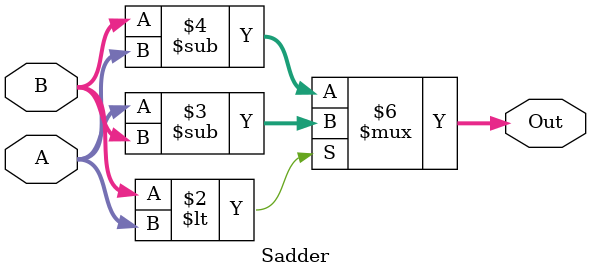
<source format=v>
`timescale 1ns / 1ps


module Sadder(A,B,Out);
input [31:0] A,B;
output reg [31:0] Out;

always@(*) begin
    if(B < A) begin
    Out <= A - B;
    end
    else begin 
    Out <= B - A;
    end

end
endmodule

</source>
